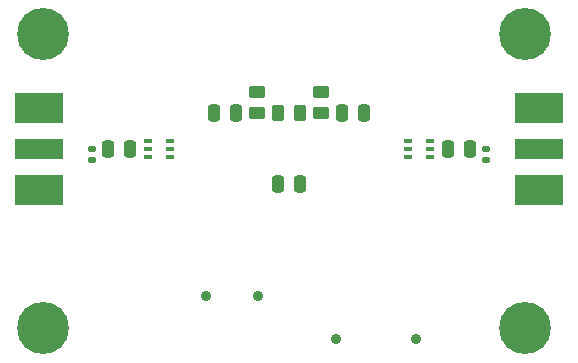
<source format=gts>
G04 #@! TF.GenerationSoftware,KiCad,Pcbnew,(6.0.5-0)*
G04 #@! TF.CreationDate,2022-11-14T20:13:07-05:00*
G04 #@! TF.ProjectId,switchable-rf-attenuator,73776974-6368-4616-926c-652d72662d61,rev?*
G04 #@! TF.SameCoordinates,Original*
G04 #@! TF.FileFunction,Soldermask,Top*
G04 #@! TF.FilePolarity,Negative*
%FSLAX46Y46*%
G04 Gerber Fmt 4.6, Leading zero omitted, Abs format (unit mm)*
G04 Created by KiCad (PCBNEW (6.0.5-0)) date 2022-11-14 20:13:07*
%MOMM*%
%LPD*%
G01*
G04 APERTURE LIST*
G04 Aperture macros list*
%AMRoundRect*
0 Rectangle with rounded corners*
0 $1 Rounding radius*
0 $2 $3 $4 $5 $6 $7 $8 $9 X,Y pos of 4 corners*
0 Add a 4 corners polygon primitive as box body*
4,1,4,$2,$3,$4,$5,$6,$7,$8,$9,$2,$3,0*
0 Add four circle primitives for the rounded corners*
1,1,$1+$1,$2,$3*
1,1,$1+$1,$4,$5*
1,1,$1+$1,$6,$7*
1,1,$1+$1,$8,$9*
0 Add four rect primitives between the rounded corners*
20,1,$1+$1,$2,$3,$4,$5,0*
20,1,$1+$1,$4,$5,$6,$7,0*
20,1,$1+$1,$6,$7,$8,$9,0*
20,1,$1+$1,$8,$9,$2,$3,0*%
G04 Aperture macros list end*
%ADD10RoundRect,0.250000X-0.450000X0.262500X-0.450000X-0.262500X0.450000X-0.262500X0.450000X0.262500X0*%
%ADD11R,0.650000X0.400000*%
%ADD12C,0.700000*%
%ADD13C,4.400000*%
%ADD14R,4.190000X1.780000*%
%ADD15R,4.190000X2.665000*%
%ADD16RoundRect,0.250000X0.250000X0.475000X-0.250000X0.475000X-0.250000X-0.475000X0.250000X-0.475000X0*%
%ADD17RoundRect,0.250000X-0.250000X-0.475000X0.250000X-0.475000X0.250000X0.475000X-0.250000X0.475000X0*%
%ADD18RoundRect,0.147500X0.172500X-0.147500X0.172500X0.147500X-0.172500X0.147500X-0.172500X-0.147500X0*%
%ADD19RoundRect,0.250000X-0.262500X-0.450000X0.262500X-0.450000X0.262500X0.450000X-0.262500X0.450000X0*%
%ADD20C,0.900000*%
G04 APERTURE END LIST*
D10*
X166300000Y-113175000D03*
X166300000Y-115000000D03*
D11*
X179050000Y-117350000D03*
X179050000Y-118000000D03*
X179050000Y-118650000D03*
X180950000Y-118650000D03*
X180950000Y-118000000D03*
X180950000Y-117350000D03*
D12*
X187350000Y-108300000D03*
X190166726Y-109466726D03*
X189000000Y-109950000D03*
X190650000Y-108300000D03*
X190166726Y-107133274D03*
X187833274Y-109466726D03*
D13*
X189000000Y-108300000D03*
D12*
X187833274Y-107133274D03*
X189000000Y-106650000D03*
D14*
X147800000Y-118000000D03*
D15*
X147800000Y-121492500D03*
X147800000Y-114507500D03*
D16*
X155550000Y-118000000D03*
X153650000Y-118000000D03*
D12*
X149316726Y-132033274D03*
X148150000Y-131550000D03*
X148150000Y-134850000D03*
X149316726Y-134366726D03*
X146500000Y-133200000D03*
X146983274Y-134366726D03*
X146983274Y-132033274D03*
X149800000Y-133200000D03*
D13*
X148200000Y-133200000D03*
D17*
X168050000Y-121000000D03*
X169950000Y-121000000D03*
D14*
X190200000Y-118000000D03*
D15*
X190200000Y-121492500D03*
X190200000Y-114507500D03*
D18*
X185650000Y-118970000D03*
X185650000Y-118000000D03*
D17*
X162630000Y-115000000D03*
X164530000Y-115000000D03*
X173470000Y-115000000D03*
X175370000Y-115000000D03*
D11*
X158950000Y-118650000D03*
X158950000Y-118000000D03*
X158950000Y-117350000D03*
X157050000Y-117350000D03*
X157050000Y-118000000D03*
X157050000Y-118650000D03*
D17*
X182450000Y-118000000D03*
X184350000Y-118000000D03*
D19*
X168087500Y-115000000D03*
X169912500Y-115000000D03*
D12*
X149366726Y-109466726D03*
X147033274Y-107133274D03*
X146550000Y-108300000D03*
X147033274Y-109466726D03*
D13*
X148200000Y-108300000D03*
D12*
X149366726Y-107133274D03*
X149850000Y-108300000D03*
X148200000Y-106650000D03*
X148200000Y-109950000D03*
D10*
X171700000Y-113175000D03*
X171700000Y-115000000D03*
D18*
X152330000Y-118970000D03*
X152330000Y-118000000D03*
D12*
X187833274Y-134366726D03*
X190166726Y-132033274D03*
X190650000Y-133200000D03*
D13*
X189000000Y-133200000D03*
D12*
X189000000Y-134850000D03*
X189000000Y-131550000D03*
X187350000Y-133200000D03*
X190166726Y-134366726D03*
X187833274Y-132033274D03*
D20*
X172950000Y-134100000D03*
X179750000Y-134100000D03*
X161950000Y-130425000D03*
X166350000Y-130425000D03*
M02*

</source>
